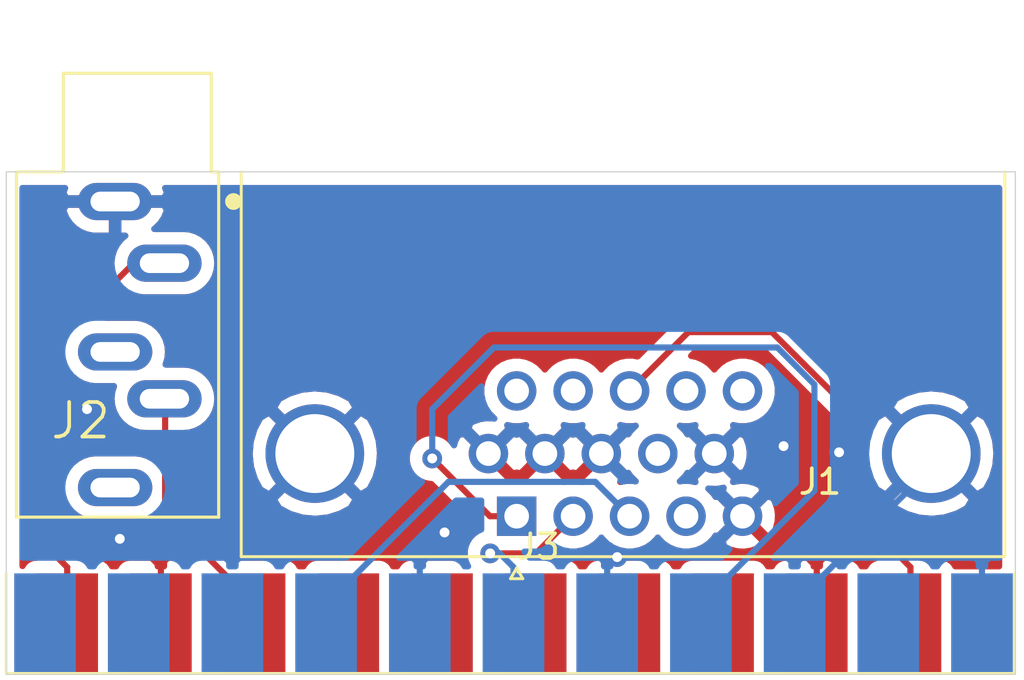
<source format=kicad_pcb>
(kicad_pcb (version 20171130) (host pcbnew "(5.1.0)-1")

  (general
    (thickness 1.6)
    (drawings 4)
    (tracks 63)
    (zones 0)
    (modules 3)
    (nets 22)
  )

  (page A4)
  (layers
    (0 F.Cu signal)
    (31 B.Cu signal)
    (32 B.Adhes user)
    (33 F.Adhes user)
    (34 B.Paste user)
    (35 F.Paste user)
    (36 B.SilkS user)
    (37 F.SilkS user)
    (38 B.Mask user)
    (39 F.Mask user)
    (40 Dwgs.User user)
    (41 Cmts.User user)
    (42 Eco1.User user)
    (43 Eco2.User user)
    (44 Edge.Cuts user)
    (45 Margin user)
    (46 B.CrtYd user)
    (47 F.CrtYd user)
    (48 B.Fab user)
    (49 F.Fab user)
  )

  (setup
    (last_trace_width 0.25)
    (trace_clearance 0.2)
    (zone_clearance 0.508)
    (zone_45_only no)
    (trace_min 0.2)
    (via_size 0.8)
    (via_drill 0.4)
    (via_min_size 0.4)
    (via_min_drill 0.3)
    (uvia_size 0.3)
    (uvia_drill 0.1)
    (uvias_allowed no)
    (uvia_min_size 0.2)
    (uvia_min_drill 0.1)
    (edge_width 0.05)
    (segment_width 0.2)
    (pcb_text_width 0.3)
    (pcb_text_size 1.5 1.5)
    (mod_edge_width 0.12)
    (mod_text_size 1 1)
    (mod_text_width 0.15)
    (pad_size 4 4)
    (pad_drill 3.2)
    (pad_to_mask_clearance 0.051)
    (solder_mask_min_width 0.25)
    (aux_axis_origin 0 0)
    (visible_elements 7FFFFFFF)
    (pcbplotparams
      (layerselection 0x010f0_ffffffff)
      (usegerberextensions true)
      (usegerberattributes false)
      (usegerberadvancedattributes false)
      (creategerberjobfile false)
      (excludeedgelayer true)
      (linewidth 0.100000)
      (plotframeref false)
      (viasonmask false)
      (mode 1)
      (useauxorigin false)
      (hpglpennumber 1)
      (hpglpenspeed 20)
      (hpglpendiameter 15.000000)
      (psnegative false)
      (psa4output false)
      (plotreference true)
      (plotvalue true)
      (plotinvisibletext false)
      (padsonsilk false)
      (subtractmaskfromsilk false)
      (outputformat 1)
      (mirror false)
      (drillshape 0)
      (scaleselection 1)
      (outputdirectory "Gerbers/"))
  )

  (net 0 "")
  (net 1 RED)
  (net 2 GREEN)
  (net 3 BLUE)
  (net 4 "Net-(J1-Pad4)")
  (net 5 GND)
  (net 6 "Net-(J1-Pad9)")
  (net 7 "Net-(J1-Pad11)")
  (net 8 "Net-(J1-Pad12)")
  (net 9 SYNC)
  (net 10 "Net-(J1-Pad14)")
  (net 11 "Net-(J1-Pad15)")
  (net 12 RIGHT)
  (net 13 LEFT)
  (net 14 "Net-(J3-Pad8)")
  (net 15 "Net-(J3-Pad10)")
  (net 16 "Net-(J3-Pad12)")
  (net 17 "Net-(J3-Pad14)")
  (net 18 "Net-(J3-Pad16)")
  (net 19 "Net-(J3-Pad1)")
  (net 20 "Net-(J3-Pad3)")
  (net 21 "Net-(J3-Pad19)")

  (net_class Default "This is the default net class."
    (clearance 0.2)
    (trace_width 0.25)
    (via_dia 0.8)
    (via_drill 0.4)
    (uvia_dia 0.3)
    (uvia_drill 0.1)
    (add_net BLUE)
    (add_net GND)
    (add_net GREEN)
    (add_net LEFT)
    (add_net "Net-(J1-Pad11)")
    (add_net "Net-(J1-Pad12)")
    (add_net "Net-(J1-Pad14)")
    (add_net "Net-(J1-Pad15)")
    (add_net "Net-(J1-Pad4)")
    (add_net "Net-(J1-Pad9)")
    (add_net "Net-(J3-Pad1)")
    (add_net "Net-(J3-Pad10)")
    (add_net "Net-(J3-Pad12)")
    (add_net "Net-(J3-Pad14)")
    (add_net "Net-(J3-Pad16)")
    (add_net "Net-(J3-Pad19)")
    (add_net "Net-(J3-Pad3)")
    (add_net "Net-(J3-Pad8)")
    (add_net RED)
    (add_net RIGHT)
    (add_net SYNC)
  )

  (module Tinkerplunk:Tall_Skinny_Headphone_Universal_CUI_SJ1-353XNX (layer F.Cu) (tedit 5D3F3F62) (tstamp 5D0C4FFA)
    (at 137.64 56.58 270)
    (path /5D01540E)
    (fp_text reference J2 (at 8.89 1.397) (layer F.SilkS)
      (effects (font (size 1.40069 1.40069) (thickness 0.15)))
    )
    (fp_text value AudioJack3 (at 4.191 2.54 270) (layer F.SilkS) hide
      (effects (font (size 1.4002 1.4002) (thickness 0.05)))
    )
    (fp_line (start -1.2 -4.2) (end 12.8 -4.2) (layer Eco2.User) (width 0.127))
    (fp_line (start 12.8 -4.2) (end 12.8 4) (layer Eco2.User) (width 0.127))
    (fp_line (start 12.8 4) (end -1.2 4) (layer Eco2.User) (width 0.127))
    (fp_line (start -1.2 4) (end -1.2 2.1) (layer Eco2.User) (width 0.127))
    (fp_line (start -1.2 2.1) (end -5.2 2.1) (layer Eco2.User) (width 0.127))
    (fp_line (start -5.2 2.1) (end -5.2 -3.9) (layer Eco2.User) (width 0.127))
    (fp_line (start -5.2 -3.9) (end -1.2 -3.9) (layer Eco2.User) (width 0.127))
    (fp_line (start -1.2 -3.9) (end -1.2 -4.2) (layer Eco2.User) (width 0.127))
    (fp_line (start -1.2 -4.2) (end 12.8 -4.2) (layer F.SilkS) (width 0.127))
    (fp_line (start 12.8 -4.2) (end 12.8 4) (layer F.SilkS) (width 0.127))
    (fp_line (start 12.8 4) (end -1.2 4) (layer F.SilkS) (width 0.127))
    (fp_line (start -1.2 4) (end -1.2 2.1) (layer F.SilkS) (width 0.127))
    (fp_line (start -1.2 2.1) (end -5.2 2.1) (layer F.SilkS) (width 0.127))
    (fp_line (start -5.2 2.1) (end -5.2 -3.9) (layer F.SilkS) (width 0.127))
    (fp_line (start -5.2 -3.9) (end -1.2 -3.9) (layer F.SilkS) (width 0.127))
    (fp_line (start -1.2 -3.9) (end -1.2 -4.2) (layer F.SilkS) (width 0.127))
    (fp_line (start 13.1 -4.5) (end 13.1 4.3) (layer Eco1.User) (width 0.05))
    (fp_line (start 13.1 4.3) (end -1.5 4.3) (layer Eco1.User) (width 0.05))
    (fp_line (start -1.5 4.3) (end -1.5 2.4) (layer Eco1.User) (width 0.05))
    (fp_line (start -1.5 2.4) (end -5.5 2.4) (layer Eco1.User) (width 0.05))
    (fp_line (start -5.5 2.4) (end -5.5 -4.2) (layer Eco1.User) (width 0.05))
    (fp_line (start -5.5 -4.2) (end -1.5 -4.2) (layer Eco1.User) (width 0.05))
    (fp_line (start -1.5 -4.2) (end -1.5 -4.5) (layer Eco1.User) (width 0.05))
    (fp_line (start -1.5 -4.5) (end 13.1 -4.5) (layer Eco1.User) (width 0.05))
    (fp_circle (center 0 -4.8) (end 0.17 -4.8) (layer F.SilkS) (width 0.34))
    (fp_line (start -5.8 -0.9) (end 13.5 -0.9) (layer Eco2.User) (width 0.05))
    (pad TS thru_hole oval (at 11.6 0) (size 3.016 1.508) (drill oval 2 0.8) (layers *.Cu *.Mask))
    (pad RS thru_hole oval (at 6.1 0) (size 3.016 1.508) (drill oval 2 0.8) (layers *.Cu *.Mask))
    (pad S thru_hole oval (at 0 0) (size 3.016 1.508) (drill oval 2 0.8) (layers *.Cu *.Mask)
      (net 5 GND))
    (pad R thru_hole oval (at 2.5 -2) (size 3.016 1.508) (drill oval 2 0.8) (layers *.Cu *.Mask)
      (net 12 RIGHT))
    (pad T thru_hole oval (at 8 -2) (size 3.016 1.508) (drill oval 2 0.8) (layers *.Cu *.Mask)
      (net 13 LEFT))
    (model "C:/Users/jacob/Documents/Github/Tinkerplunk-KiCAD-Footprints/Tinkerplunk.pretty/3D Models/Tall_Skinny_Headphone_Universal_CUI_SJ1-353XNX.step"
      (offset (xyz -5.25 0.9 7))
      (scale (xyz 1 1 1))
      (rotate (xyz 0 -180 0))
    )
  )

  (module Tinkerplunk:MALE_SCART (layer F.Cu) (tedit 5D0BB10F) (tstamp 5D0C5018)
    (at 133.221 75.66)
    (path /5D012D32)
    (fp_text reference J3 (at 21.59 -5.08) (layer F.SilkS)
      (effects (font (size 1 1) (thickness 0.15)))
    )
    (fp_text value SCART-F (at 13.97 -5.08) (layer F.Fab)
      (effects (font (size 1 1) (thickness 0.15)))
    )
    (fp_line (start 0 0) (end 0 -2.54) (layer F.SilkS) (width 0.12))
    (fp_line (start 0 0) (end 0 0.0635) (layer F.SilkS) (width 0.12))
    (fp_line (start 0 0.0635) (end 40.894 0.0635) (layer F.SilkS) (width 0.12))
    (fp_line (start 40.894 0.0635) (end 40.894 -4.0005) (layer F.SilkS) (width 0.12))
    (fp_line (start 0 -2.54) (end 0 -4.0005) (layer F.SilkS) (width 0.12))
    (pad 2 smd rect (at 2.475 -2) (size 2.5 4) (layers F.Cu F.Paste F.Mask)
      (net 12 RIGHT))
    (pad 4 smd rect (at 6.275 -2) (size 2.5 4) (layers F.Cu F.Paste F.Mask)
      (net 5 GND))
    (pad 6 smd rect (at 10.075 -2) (size 2.5 4) (layers F.Cu F.Paste F.Mask)
      (net 13 LEFT))
    (pad 8 smd rect (at 13.875 -2) (size 2.5 4) (layers F.Cu F.Paste F.Mask)
      (net 14 "Net-(J3-Pad8)"))
    (pad 10 smd rect (at 17.675 -2) (size 2.5 4) (layers F.Cu F.Paste F.Mask)
      (net 15 "Net-(J3-Pad10)"))
    (pad 12 smd rect (at 21.475 -2) (size 2.5 4) (layers F.Cu F.Paste F.Mask)
      (net 16 "Net-(J3-Pad12)"))
    (pad 14 smd rect (at 25.275 -2) (size 2.5 4) (layers F.Cu F.Paste F.Mask)
      (net 17 "Net-(J3-Pad14)"))
    (pad 16 smd rect (at 29.075 -2) (size 2.5 4) (layers F.Cu F.Paste F.Mask)
      (net 18 "Net-(J3-Pad16)"))
    (pad 18 smd rect (at 32.875 -2) (size 2.5 4) (layers F.Cu F.Paste F.Mask)
      (net 5 GND))
    (pad 20 smd rect (at 36.675 -2) (size 2.5 4) (layers F.Cu F.Paste F.Mask)
      (net 9 SYNC))
    (pad 1 smd rect (at 1.575 -2) (size 2.5 4) (layers B.Cu B.Paste B.Mask)
      (net 19 "Net-(J3-Pad1)"))
    (pad 3 smd rect (at 5.375 -2) (size 2.5 4) (layers B.Cu B.Paste B.Mask)
      (net 20 "Net-(J3-Pad3)"))
    (pad 5 smd rect (at 9.175 -2) (size 2.5 4) (layers B.Cu B.Paste B.Mask)
      (net 5 GND))
    (pad 7 smd rect (at 12.975 -2) (size 2.5 4) (layers B.Cu B.Paste B.Mask)
      (net 3 BLUE))
    (pad 9 smd rect (at 16.775 -2) (size 2.5 4) (layers B.Cu B.Paste B.Mask)
      (net 5 GND))
    (pad 11 smd rect (at 20.575 -2) (size 2.5 4) (layers B.Cu B.Paste B.Mask)
      (net 2 GREEN))
    (pad 13 smd rect (at 24.375 -2) (size 2.5 4) (layers B.Cu B.Paste B.Mask)
      (net 5 GND))
    (pad 15 smd rect (at 28.175 -2) (size 2.5 4) (layers B.Cu B.Paste B.Mask)
      (net 1 RED))
    (pad 17 smd rect (at 31.975 -2) (size 2.5 4) (layers B.Cu B.Paste B.Mask)
      (net 5 GND))
    (pad 19 smd rect (at 35.775 -2) (size 2.5 4) (layers B.Cu B.Paste B.Mask)
      (net 21 "Net-(J3-Pad19)"))
    (pad 21 smd rect (at 39.575 -2) (size 2.5 4) (layers B.Cu B.Paste B.Mask)
      (net 5 GND))
  )

  (module Tinkerplunk:VGA (layer F.Cu) (tedit 5D0BAF43) (tstamp 5D0C4FD4)
    (at 153.924 69.342 180)
    (descr "15-pin D-Sub connector, horizontal/angled (90 deg), THT-mount, female, pitch 2.29x1.98mm, pin-PCB-offset 8.35mm, distance of mounting holes 25mm, distance of mounting holes to PCB edge 10.889999999999999mm, see https://disti-assets.s3.amazonaws.com/tonar/files/datasheets/16730.pdf")
    (tags "15-pin D-Sub connector horizontal angled 90deg THT female pitch 2.29x1.98mm pin-PCB-offset 8.35mm mounting-holes-distance 25mm mounting-hole-offset 25mm")
    (path /5D013D70)
    (fp_text reference J1 (at -12.3015 1.397 180) (layer F.SilkS)
      (effects (font (size 1 1) (thickness 0.15)))
    )
    (fp_text value DB15_Female_HighDensity (at -4.315 16.55 180) (layer F.Fab)
      (effects (font (size 1 1) (thickness 0.15)))
    )
    (fp_arc (start -16.815 2.5) (end -18.415 2.5) (angle 180) (layer F.Fab) (width 0.1))
    (fp_arc (start 8.185 2.5) (end 6.585 2.5) (angle 180) (layer F.Fab) (width 0.1))
    (fp_line (start -19.74 -1.58) (end -19.74 13.97) (layer F.Fab) (width 0.1))
    (fp_line (start -19.74 13.97) (end 11.11 13.97) (layer F.Fab) (width 0.1))
    (fp_line (start 11.11 13.97) (end 11.11 -1.58) (layer F.Fab) (width 0.1))
    (fp_line (start 11.11 -1.58) (end -19.74 -1.58) (layer F.Fab) (width 0.1))
    (fp_line (start -19.74 13.97) (end -19.74 14.37) (layer F.Fab) (width 0.1))
    (fp_line (start -19.74 14.37) (end 11.11 14.37) (layer F.Fab) (width 0.1))
    (fp_line (start 11.11 14.37) (end 11.11 13.97) (layer F.Fab) (width 0.1))
    (fp_line (start 11.11 13.97) (end -19.74 13.97) (layer F.Fab) (width 0.1))
    (fp_line (start -12.465 14.37) (end -12.465 20.37) (layer F.Fab) (width 0.1))
    (fp_line (start -12.465 20.37) (end 3.835 20.37) (layer F.Fab) (width 0.1))
    (fp_line (start 3.835 20.37) (end 3.835 14.37) (layer F.Fab) (width 0.1))
    (fp_line (start 3.835 14.37) (end -12.465 14.37) (layer F.Fab) (width 0.1))
    (fp_line (start -19.315 14.37) (end -19.315 19.37) (layer F.Fab) (width 0.1))
    (fp_line (start -19.315 19.37) (end -14.315 19.37) (layer F.Fab) (width 0.1))
    (fp_line (start -14.315 19.37) (end -14.315 14.37) (layer F.Fab) (width 0.1))
    (fp_line (start -14.315 14.37) (end -19.315 14.37) (layer F.Fab) (width 0.1))
    (fp_line (start 5.685 14.37) (end 5.685 19.37) (layer F.Fab) (width 0.1))
    (fp_line (start 5.685 19.37) (end 10.685 19.37) (layer F.Fab) (width 0.1))
    (fp_line (start 10.685 19.37) (end 10.685 14.37) (layer F.Fab) (width 0.1))
    (fp_line (start 10.685 14.37) (end 5.685 14.37) (layer F.Fab) (width 0.1))
    (fp_line (start -18.415 13.97) (end -18.415 1.42) (layer F.Fab) (width 0.1))
    (fp_line (start -15.215 13.97) (end -15.215 1.42) (layer F.Fab) (width 0.1))
    (fp_line (start 6.585 13.97) (end 6.585 1.42) (layer F.Fab) (width 0.1))
    (fp_line (start 9.785 13.97) (end 9.785 1.42) (layer F.Fab) (width 0.1))
    (fp_line (start -19.8 13.97) (end -19.8 -1.64) (layer F.SilkS) (width 0.12))
    (fp_line (start -19.8 -1.64) (end 11.17 -1.64) (layer F.SilkS) (width 0.12))
    (fp_line (start 11.17 -1.64) (end 11.17 13.97) (layer F.SilkS) (width 0.12))
    (fp_line (start -0.25 -2.534338) (end 0.25 -2.534338) (layer F.SilkS) (width 0.12))
    (fp_line (start 0.25 -2.534338) (end 0 -2.101325) (layer F.SilkS) (width 0.12))
    (fp_line (start 0 -2.101325) (end -0.25 -2.534338) (layer F.SilkS) (width 0.12))
    (fp_line (start -20.25 -2.1) (end -20.25 20.91) (layer F.CrtYd) (width 0.05))
    (fp_line (start -20.25 20.91) (end 11.65 20.91) (layer F.CrtYd) (width 0.05))
    (fp_line (start 11.65 20.91) (end 11.65 -2.1) (layer F.CrtYd) (width 0.05))
    (fp_line (start 11.65 -2.1) (end -20.25 -2.1) (layer F.CrtYd) (width 0.05))
    (fp_text user %R (at -4.315 12.05 180) (layer F.Fab)
      (effects (font (size 1 1) (thickness 0.15)))
    )
    (pad 1 thru_hole rect (at 0 0 180) (size 1.6 1.6) (drill 1) (layers *.Cu *.Mask)
      (net 1 RED))
    (pad 2 thru_hole circle (at -2.29 0 180) (size 1.6 1.6) (drill 1) (layers *.Cu *.Mask)
      (net 2 GREEN))
    (pad 3 thru_hole circle (at -4.58 0 180) (size 1.6 1.6) (drill 1) (layers *.Cu *.Mask)
      (net 3 BLUE))
    (pad 4 thru_hole circle (at -6.87 0 180) (size 1.6 1.6) (drill 1) (layers *.Cu *.Mask)
      (net 4 "Net-(J1-Pad4)"))
    (pad 5 thru_hole circle (at -9.16 0 180) (size 1.6 1.6) (drill 1) (layers *.Cu *.Mask)
      (net 5 GND))
    (pad 6 thru_hole circle (at 1.145 2.54 180) (size 1.6 1.6) (drill 1) (layers *.Cu *.Mask)
      (net 5 GND))
    (pad 7 thru_hole circle (at -1.145 2.54 180) (size 1.6 1.6) (drill 1) (layers *.Cu *.Mask)
      (net 5 GND))
    (pad 8 thru_hole circle (at -3.435 2.54 180) (size 1.6 1.6) (drill 1) (layers *.Cu *.Mask)
      (net 5 GND))
    (pad 9 thru_hole circle (at -5.725 2.54 180) (size 1.6 1.6) (drill 1) (layers *.Cu *.Mask)
      (net 6 "Net-(J1-Pad9)"))
    (pad 10 thru_hole circle (at -8.015 2.54 180) (size 1.6 1.6) (drill 1) (layers *.Cu *.Mask)
      (net 5 GND))
    (pad 11 thru_hole circle (at 0 5.08 180) (size 1.6 1.6) (drill 1) (layers *.Cu *.Mask)
      (net 7 "Net-(J1-Pad11)"))
    (pad 12 thru_hole circle (at -2.29 5.08 180) (size 1.6 1.6) (drill 1) (layers *.Cu *.Mask)
      (net 8 "Net-(J1-Pad12)"))
    (pad 13 thru_hole circle (at -4.58 5.08 180) (size 1.6 1.6) (drill 1) (layers *.Cu *.Mask)
      (net 9 SYNC))
    (pad 14 thru_hole circle (at -6.87 5.08 180) (size 1.6 1.6) (drill 1) (layers *.Cu *.Mask)
      (net 10 "Net-(J1-Pad14)"))
    (pad 15 thru_hole circle (at -9.16 5.08 180) (size 1.6 1.6) (drill 1) (layers *.Cu *.Mask)
      (net 11 "Net-(J1-Pad15)"))
    (pad 0 thru_hole circle (at -16.815 2.54 180) (size 4 4) (drill 3.2) (layers *.Cu *.Mask)
      (net 5 GND))
    (pad 0 thru_hole circle (at 8.185 2.54 180) (size 4 4) (drill 3.2) (layers *.Cu *.Mask)
      (net 5 GND))
    (model "C:/Users/jacob/Documents/Github/Tinkerplunk-KiCAD-Footprints/Tinkerplunk.pretty/3D Models/VGA.stp"
      (offset (xyz -4.5 -14 6.25))
      (scale (xyz 1 1 1))
      (rotate (xyz -90 0 0))
    )
  )

  (gr_line (start 174.15 75.75) (end 174.15 55.375) (layer Edge.Cuts) (width 0.05))
  (gr_line (start 133.225 75.75) (end 174.15 75.75) (layer Edge.Cuts) (width 0.05))
  (gr_line (start 133.225 55.375) (end 174.15 55.375) (layer Edge.Cuts) (width 0.05))
  (gr_line (start 133.225 75.75) (end 133.225 55.375) (layer Edge.Cuts) (width 0.05))

  (via (at 150.5 67) (size 0.8) (drill 0.4) (layers F.Cu B.Cu) (net 1))
  (segment (start 152.842 69.342) (end 153.924 69.342) (width 0.25) (layer F.Cu) (net 1))
  (segment (start 150.5 67) (end 152.842 69.342) (width 0.25) (layer F.Cu) (net 1))
  (segment (start 150.5 65) (end 150.5 67) (width 0.25) (layer B.Cu) (net 1))
  (segment (start 161.396 72.91) (end 166 68.306) (width 0.25) (layer B.Cu) (net 1))
  (segment (start 161.396 73.66) (end 161.396 72.91) (width 0.25) (layer B.Cu) (net 1))
  (segment (start 166 68.306) (end 166 64) (width 0.25) (layer B.Cu) (net 1))
  (segment (start 166 64) (end 164.5 62.5) (width 0.25) (layer B.Cu) (net 1))
  (segment (start 164.5 62.5) (end 153 62.5) (width 0.25) (layer B.Cu) (net 1))
  (segment (start 153 62.5) (end 150.5 65) (width 0.25) (layer B.Cu) (net 1))
  (segment (start 153.796 73.66) (end 153.796 72.91) (width 0.25) (layer B.Cu) (net 2))
  (via (at 152.85 70.85) (size 0.8) (drill 0.4) (layers F.Cu B.Cu) (net 2))
  (segment (start 153.236 70.85) (end 152.85 70.85) (width 0.25) (layer B.Cu) (net 2))
  (segment (start 153.796 73.66) (end 153.796 71.41) (width 0.25) (layer B.Cu) (net 2))
  (segment (start 153.796 71.41) (end 153.236 70.85) (width 0.25) (layer B.Cu) (net 2))
  (segment (start 154.706 70.85) (end 156.214 69.342) (width 0.25) (layer F.Cu) (net 2))
  (segment (start 152.85 70.85) (end 154.706 70.85) (width 0.25) (layer F.Cu) (net 2))
  (segment (start 157.704001 68.542001) (end 158.504 69.342) (width 0.25) (layer B.Cu) (net 3))
  (segment (start 157.112 67.95) (end 157.704001 68.542001) (width 0.25) (layer B.Cu) (net 3))
  (segment (start 151.156 67.95) (end 157.112 67.95) (width 0.25) (layer B.Cu) (net 3))
  (segment (start 146.196 73.66) (end 146.196 72.91) (width 0.25) (layer B.Cu) (net 3))
  (segment (start 146.196 72.91) (end 151.156 67.95) (width 0.25) (layer B.Cu) (net 3))
  (via (at 136.5 65) (size 0.8) (drill 0.4) (layers F.Cu B.Cu) (net 5))
  (via (at 137.83 70.26) (size 0.8) (drill 0.4) (layers F.Cu B.Cu) (net 5))
  (segment (start 139.496 71.41) (end 139 70.914) (width 0.25) (layer F.Cu) (net 5))
  (segment (start 139.496 73.66) (end 139.496 71.41) (width 0.25) (layer F.Cu) (net 5))
  (segment (start 138.484 70.914) (end 137.83 70.26) (width 0.25) (layer F.Cu) (net 5))
  (segment (start 139 70.914) (end 138.484 70.914) (width 0.25) (layer F.Cu) (net 5))
  (segment (start 166.096 71.41) (end 165.5 70.814) (width 0.25) (layer F.Cu) (net 5))
  (segment (start 166.096 73.66) (end 166.096 71.41) (width 0.25) (layer F.Cu) (net 5))
  (segment (start 164.556 70.814) (end 163.084 69.342) (width 0.25) (layer F.Cu) (net 5))
  (segment (start 165.5 70.814) (end 164.556 70.814) (width 0.25) (layer F.Cu) (net 5))
  (via (at 151 70) (size 0.8) (drill 0.4) (layers F.Cu B.Cu) (net 5))
  (segment (start 149.996 73.66) (end 149.996 71.004) (width 0.25) (layer B.Cu) (net 5))
  (segment (start 149.996 71.004) (end 151 70) (width 0.25) (layer B.Cu) (net 5))
  (via (at 158 71) (size 0.8) (drill 0.4) (layers F.Cu B.Cu) (net 5))
  (via (at 167 66.75) (size 0.8) (drill 0.4) (layers F.Cu B.Cu) (net 5))
  (via (at 164.75 66.5) (size 0.8) (drill 0.4) (layers F.Cu B.Cu) (net 5))
  (segment (start 157.596 71.404) (end 158 71) (width 0.25) (layer B.Cu) (net 5))
  (segment (start 157.596 73.66) (end 157.596 71.404) (width 0.25) (layer B.Cu) (net 5))
  (segment (start 170.739 67.367) (end 170.739 66.802) (width 0.25) (layer B.Cu) (net 5))
  (segment (start 165.196 72.91) (end 170.739 67.367) (width 0.25) (layer B.Cu) (net 5))
  (segment (start 165.196 73.66) (end 165.196 72.91) (width 0.25) (layer B.Cu) (net 5))
  (segment (start 172.796 68.859) (end 170.739 66.802) (width 0.25) (layer B.Cu) (net 5))
  (segment (start 172.796 73.66) (end 172.796 68.859) (width 0.25) (layer B.Cu) (net 5))
  (segment (start 160.891 61.875) (end 158.504 64.262) (width 0.25) (layer F.Cu) (net 9))
  (segment (start 164.275 61.875) (end 160.891 61.875) (width 0.25) (layer F.Cu) (net 9))
  (segment (start 167.75 65.35) (end 164.275 61.875) (width 0.25) (layer F.Cu) (net 9))
  (segment (start 167.75 69.264) (end 167.75 65.35) (width 0.25) (layer F.Cu) (net 9))
  (segment (start 169.896 73.66) (end 169.896 71.41) (width 0.25) (layer F.Cu) (net 9))
  (segment (start 169.896 71.41) (end 167.75 69.264) (width 0.25) (layer F.Cu) (net 9))
  (segment (start 139.668 59.052) (end 139.668 58.888) (width 0.25) (layer F.Cu) (net 12))
  (segment (start 135.696 71.41) (end 135.2 70.914) (width 0.25) (layer F.Cu) (net 12))
  (segment (start 135.2 70.914) (end 135.2 62.275) (width 0.25) (layer F.Cu) (net 12))
  (segment (start 135.2 62.275) (end 138.395 59.08) (width 0.25) (layer F.Cu) (net 12))
  (segment (start 138.395 59.08) (end 139.64 59.08) (width 0.25) (layer F.Cu) (net 12))
  (segment (start 135.696 73.66) (end 135.696 71.41) (width 0.25) (layer F.Cu) (net 12))
  (segment (start 139.64 59.08) (end 139.668 59.052) (width 0.25) (layer F.Cu) (net 12))
  (segment (start 139.668 64.608) (end 139.64 64.58) (width 0.25) (layer F.Cu) (net 13))
  (segment (start 139.668 69.282) (end 139.668 64.608) (width 0.25) (layer F.Cu) (net 13))
  (segment (start 143.296 73.66) (end 143.296 72.91) (width 0.25) (layer F.Cu) (net 13))
  (segment (start 143.296 72.91) (end 139.668 69.282) (width 0.25) (layer F.Cu) (net 13))
  (segment (start 162.296 73.66) (end 162.296 72.91) (width 0.25) (layer F.Cu) (net 18))

  (zone (net 5) (net_name GND) (layer F.Cu) (tstamp 5D0C6032) (hatch edge 0.508)
    (connect_pads (clearance 0.508))
    (min_thickness 0.254)
    (fill yes (arc_segments 32) (thermal_gap 0.508) (thermal_bridge_width 0.508))
    (polygon
      (pts
        (xy 133 76) (xy 133 55) (xy 174.5 55) (xy 174.5 76)
      )
    )
    (filled_polygon
      (pts
        (xy 136.11058 69.340499) (xy 136.351881 69.469477) (xy 136.613709 69.548902) (xy 136.81777 69.569) (xy 138.46223 69.569)
        (xy 138.666291 69.548902) (xy 138.928119 69.469477) (xy 138.930317 69.468302) (xy 138.946486 69.521605) (xy 138.962454 69.574246)
        (xy 139.033026 69.706276) (xy 139.072871 69.754826) (xy 139.127999 69.822001) (xy 139.157003 69.845804) (xy 140.334438 71.023239)
        (xy 139.78175 71.025) (xy 139.623 71.18375) (xy 139.623 71.373) (xy 139.369 71.373) (xy 139.369 71.18375)
        (xy 139.21025 71.025) (xy 138.246 71.021928) (xy 138.121518 71.034188) (xy 138.00182 71.070498) (xy 137.891506 71.129463)
        (xy 137.794815 71.208815) (xy 137.715463 71.305506) (xy 137.679386 71.373) (xy 137.512614 71.373) (xy 137.476537 71.305506)
        (xy 137.397185 71.208815) (xy 137.300494 71.129463) (xy 137.19018 71.070498) (xy 137.070482 71.034188) (xy 136.946 71.021928)
        (xy 136.350326 71.021928) (xy 136.330974 70.985723) (xy 136.296031 70.943146) (xy 136.236001 70.869999) (xy 136.206997 70.846196)
        (xy 135.96 70.599199) (xy 135.96 69.216921)
      )
    )
    (filled_polygon
      (pts
        (xy 166.990001 65.664803) (xy 166.99 69.226677) (xy 166.986324 69.264) (xy 166.99 69.301322) (xy 166.99 69.301332)
        (xy 167.000997 69.412985) (xy 167.033946 69.521605) (xy 167.044454 69.556246) (xy 167.115026 69.688276) (xy 167.154871 69.736826)
        (xy 167.209999 69.804001) (xy 167.239003 69.827804) (xy 168.463106 71.051907) (xy 168.40182 71.070498) (xy 168.291506 71.129463)
        (xy 168.194815 71.208815) (xy 168.115463 71.305506) (xy 168.079386 71.373) (xy 167.912614 71.373) (xy 167.876537 71.305506)
        (xy 167.797185 71.208815) (xy 167.700494 71.129463) (xy 167.59018 71.070498) (xy 167.470482 71.034188) (xy 167.346 71.021928)
        (xy 166.38175 71.025) (xy 166.223 71.18375) (xy 166.223 71.373) (xy 165.969 71.373) (xy 165.969 71.18375)
        (xy 165.81025 71.025) (xy 164.846 71.021928) (xy 164.721518 71.034188) (xy 164.60182 71.070498) (xy 164.491506 71.129463)
        (xy 164.394815 71.208815) (xy 164.315463 71.305506) (xy 164.279386 71.373) (xy 164.112614 71.373) (xy 164.076537 71.305506)
        (xy 163.997185 71.208815) (xy 163.900494 71.129463) (xy 163.79018 71.070498) (xy 163.670482 71.034188) (xy 163.546 71.021928)
        (xy 161.046 71.021928) (xy 160.921518 71.034188) (xy 160.80182 71.070498) (xy 160.691506 71.129463) (xy 160.594815 71.208815)
        (xy 160.515463 71.305506) (xy 160.479386 71.373) (xy 160.312614 71.373) (xy 160.276537 71.305506) (xy 160.197185 71.208815)
        (xy 160.100494 71.129463) (xy 159.99018 71.070498) (xy 159.870482 71.034188) (xy 159.746 71.021928) (xy 157.246 71.021928)
        (xy 157.121518 71.034188) (xy 157.00182 71.070498) (xy 156.891506 71.129463) (xy 156.794815 71.208815) (xy 156.715463 71.305506)
        (xy 156.679386 71.373) (xy 156.512614 71.373) (xy 156.476537 71.305506) (xy 156.397185 71.208815) (xy 156.300494 71.129463)
        (xy 156.19018 71.070498) (xy 156.070482 71.034188) (xy 155.946 71.021928) (xy 155.608873 71.021928) (xy 155.890114 70.740688)
        (xy 156.072665 70.777) (xy 156.355335 70.777) (xy 156.632574 70.721853) (xy 156.893727 70.61368) (xy 157.128759 70.456637)
        (xy 157.328637 70.256759) (xy 157.359 70.211317) (xy 157.389363 70.256759) (xy 157.589241 70.456637) (xy 157.824273 70.61368)
        (xy 158.085426 70.721853) (xy 158.362665 70.777) (xy 158.645335 70.777) (xy 158.922574 70.721853) (xy 159.183727 70.61368)
        (xy 159.418759 70.456637) (xy 159.618637 70.256759) (xy 159.649 70.211317) (xy 159.679363 70.256759) (xy 159.879241 70.456637)
        (xy 160.114273 70.61368) (xy 160.375426 70.721853) (xy 160.652665 70.777) (xy 160.935335 70.777) (xy 161.212574 70.721853)
        (xy 161.473727 70.61368) (xy 161.708759 70.456637) (xy 161.830694 70.334702) (xy 162.270903 70.334702) (xy 162.342486 70.578671)
        (xy 162.597996 70.699571) (xy 162.872184 70.7683) (xy 163.154512 70.782217) (xy 163.43413 70.740787) (xy 163.700292 70.645603)
        (xy 163.825514 70.578671) (xy 163.897097 70.334702) (xy 163.084 69.521605) (xy 162.270903 70.334702) (xy 161.830694 70.334702)
        (xy 161.908637 70.256759) (xy 161.995372 70.126951) (xy 162.091298 70.155097) (xy 162.904395 69.342) (xy 163.263605 69.342)
        (xy 164.076702 70.155097) (xy 164.320671 70.083514) (xy 164.441571 69.828004) (xy 164.5103 69.553816) (xy 164.524217 69.271488)
        (xy 164.482787 68.99187) (xy 164.387603 68.725708) (xy 164.320671 68.600486) (xy 164.076702 68.528903) (xy 163.263605 69.342)
        (xy 162.904395 69.342) (xy 162.091298 68.528903) (xy 161.995372 68.557049) (xy 161.908637 68.427241) (xy 161.708759 68.227363)
        (xy 161.699941 68.221471) (xy 161.727184 68.2283) (xy 162.009512 68.242217) (xy 162.28913 68.200787) (xy 162.317449 68.19066)
        (xy 162.270903 68.349298) (xy 163.084 69.162395) (xy 163.897097 68.349298) (xy 163.825514 68.105329) (xy 163.570004 67.984429)
        (xy 163.295816 67.9157) (xy 163.013488 67.901783) (xy 162.73387 67.943213) (xy 162.705551 67.95334) (xy 162.752097 67.794702)
        (xy 161.939 66.981605) (xy 161.125903 67.794702) (xy 161.172706 67.954217) (xy 160.935335 67.907) (xy 160.652665 67.907)
        (xy 160.546609 67.928096) (xy 160.563759 67.916637) (xy 160.763637 67.716759) (xy 160.850372 67.586951) (xy 160.946298 67.615097)
        (xy 161.759395 66.802) (xy 162.118605 66.802) (xy 162.931702 67.615097) (xy 163.175671 67.543514) (xy 163.296571 67.288004)
        (xy 163.3653 67.013816) (xy 163.379217 66.731488) (xy 163.337787 66.45187) (xy 163.242603 66.185708) (xy 163.175671 66.060486)
        (xy 162.931702 65.988903) (xy 162.118605 66.802) (xy 161.759395 66.802) (xy 160.946298 65.988903) (xy 160.850372 66.017049)
        (xy 160.763637 65.887241) (xy 160.563759 65.687363) (xy 160.546609 65.675904) (xy 160.652665 65.697) (xy 160.935335 65.697)
        (xy 161.172706 65.649783) (xy 161.125903 65.809298) (xy 161.939 66.622395) (xy 162.752097 65.809298) (xy 162.705294 65.649783)
        (xy 162.942665 65.697) (xy 163.225335 65.697) (xy 163.502574 65.641853) (xy 163.763727 65.53368) (xy 163.998759 65.376637)
        (xy 164.198637 65.176759) (xy 164.35568 64.941727) (xy 164.463853 64.680574) (xy 164.519 64.403335) (xy 164.519 64.120665)
        (xy 164.463853 63.843426) (xy 164.35568 63.582273) (xy 164.198637 63.347241) (xy 163.998759 63.147363) (xy 163.763727 62.99032)
        (xy 163.502574 62.882147) (xy 163.225335 62.827) (xy 162.942665 62.827) (xy 162.665426 62.882147) (xy 162.404273 62.99032)
        (xy 162.169241 63.147363) (xy 161.969363 63.347241) (xy 161.939 63.392683) (xy 161.908637 63.347241) (xy 161.708759 63.147363)
        (xy 161.473727 62.99032) (xy 161.212574 62.882147) (xy 161.000783 62.840019) (xy 161.205802 62.635) (xy 163.960199 62.635)
      )
    )
    (filled_polygon
      (pts
        (xy 135.55413 56.165785) (xy 135.539714 56.238186) (xy 135.662323 56.453) (xy 137.513 56.453) (xy 137.513 56.433)
        (xy 137.767 56.433) (xy 137.767 56.453) (xy 139.617677 56.453) (xy 139.740286 56.238186) (xy 139.72587 56.165785)
        (xy 139.670622 56.035) (xy 173.490001 56.035) (xy 173.49 71.373) (xy 171.712614 71.373) (xy 171.676537 71.305506)
        (xy 171.597185 71.208815) (xy 171.500494 71.129463) (xy 171.39018 71.070498) (xy 171.270482 71.034188) (xy 171.146 71.021928)
        (xy 170.550326 71.021928) (xy 170.530974 70.985724) (xy 170.436001 70.869999) (xy 170.407003 70.846201) (xy 168.51 68.949199)
        (xy 168.51 68.649499) (xy 169.071106 68.649499) (xy 169.287228 69.016258) (xy 169.747105 69.256938) (xy 170.245098 69.403275)
        (xy 170.762071 69.449648) (xy 171.278159 69.394273) (xy 171.773526 69.239279) (xy 172.190772 69.016258) (xy 172.406894 68.649499)
        (xy 170.739 66.981605) (xy 169.071106 68.649499) (xy 168.51 68.649499) (xy 168.51 68.226191) (xy 168.524742 68.253772)
        (xy 168.891501 68.469894) (xy 170.559395 66.802) (xy 170.918605 66.802) (xy 172.586499 68.469894) (xy 172.953258 68.253772)
        (xy 173.193938 67.793895) (xy 173.340275 67.295902) (xy 173.386648 66.778929) (xy 173.331273 66.262841) (xy 173.176279 65.767474)
        (xy 172.953258 65.350228) (xy 172.586499 65.134106) (xy 170.918605 66.802) (xy 170.559395 66.802) (xy 168.891501 65.134106)
        (xy 168.524742 65.350228) (xy 168.511083 65.376327) (xy 168.513676 65.349999) (xy 168.51 65.312676) (xy 168.51 65.312667)
        (xy 168.499003 65.201014) (xy 168.455546 65.057753) (xy 168.400356 64.954501) (xy 169.071106 64.954501) (xy 170.739 66.622395)
        (xy 172.406894 64.954501) (xy 172.190772 64.587742) (xy 171.730895 64.347062) (xy 171.232902 64.200725) (xy 170.715929 64.154352)
        (xy 170.199841 64.209727) (xy 169.704474 64.364721) (xy 169.287228 64.587742) (xy 169.071106 64.954501) (xy 168.400356 64.954501)
        (xy 168.393528 64.941727) (xy 168.384974 64.925723) (xy 168.313799 64.838997) (xy 168.290001 64.809999) (xy 168.261003 64.786201)
        (xy 164.838804 61.364003) (xy 164.815001 61.334999) (xy 164.699276 61.240026) (xy 164.567247 61.169454) (xy 164.423986 61.125997)
        (xy 164.312333 61.115) (xy 164.312322 61.115) (xy 164.275 61.111324) (xy 164.237678 61.115) (xy 160.928325 61.115)
        (xy 160.891 61.111324) (xy 160.853675 61.115) (xy 160.853667 61.115) (xy 160.742014 61.125997) (xy 160.598753 61.169454)
        (xy 160.466724 61.240026) (xy 160.350999 61.334999) (xy 160.327201 61.363997) (xy 158.827886 62.863312) (xy 158.645335 62.827)
        (xy 158.362665 62.827) (xy 158.085426 62.882147) (xy 157.824273 62.99032) (xy 157.589241 63.147363) (xy 157.389363 63.347241)
        (xy 157.359 63.392683) (xy 157.328637 63.347241) (xy 157.128759 63.147363) (xy 156.893727 62.99032) (xy 156.632574 62.882147)
        (xy 156.355335 62.827) (xy 156.072665 62.827) (xy 155.795426 62.882147) (xy 155.534273 62.99032) (xy 155.299241 63.147363)
        (xy 155.099363 63.347241) (xy 155.069 63.392683) (xy 155.038637 63.347241) (xy 154.838759 63.147363) (xy 154.603727 62.99032)
        (xy 154.342574 62.882147) (xy 154.065335 62.827) (xy 153.782665 62.827) (xy 153.505426 62.882147) (xy 153.244273 62.99032)
        (xy 153.009241 63.147363) (xy 152.809363 63.347241) (xy 152.65232 63.582273) (xy 152.544147 63.843426) (xy 152.489 64.120665)
        (xy 152.489 64.403335) (xy 152.544147 64.680574) (xy 152.65232 64.941727) (xy 152.809363 65.176759) (xy 153.009241 65.376637)
        (xy 153.018059 65.382529) (xy 152.990816 65.3757) (xy 152.708488 65.361783) (xy 152.42887 65.403213) (xy 152.162708 65.498397)
        (xy 152.037486 65.565329) (xy 151.965903 65.809298) (xy 152.779 66.622395) (xy 153.592097 65.809298) (xy 153.545294 65.649783)
        (xy 153.782665 65.697) (xy 154.065335 65.697) (xy 154.302706 65.649783) (xy 154.255903 65.809298) (xy 155.069 66.622395)
        (xy 155.882097 65.809298) (xy 155.835294 65.649783) (xy 156.072665 65.697) (xy 156.355335 65.697) (xy 156.592706 65.649783)
        (xy 156.545903 65.809298) (xy 157.359 66.622395) (xy 158.172097 65.809298) (xy 158.125294 65.649783) (xy 158.362665 65.697)
        (xy 158.645335 65.697) (xy 158.751391 65.675904) (xy 158.734241 65.687363) (xy 158.534363 65.887241) (xy 158.447628 66.017049)
        (xy 158.351702 65.988903) (xy 157.538605 66.802) (xy 158.351702 67.615097) (xy 158.447628 67.586951) (xy 158.534363 67.716759)
        (xy 158.734241 67.916637) (xy 158.751391 67.928096) (xy 158.645335 67.907) (xy 158.362665 67.907) (xy 158.125294 67.954217)
        (xy 158.172097 67.794702) (xy 157.359 66.981605) (xy 156.545903 67.794702) (xy 156.592706 67.954217) (xy 156.355335 67.907)
        (xy 156.072665 67.907) (xy 155.835294 67.954217) (xy 155.882097 67.794702) (xy 155.069 66.981605) (xy 154.255903 67.794702)
        (xy 154.287951 67.903928) (xy 153.560049 67.903928) (xy 153.592097 67.794702) (xy 152.779 66.981605) (xy 152.764858 66.995748)
        (xy 152.585253 66.816143) (xy 152.599395 66.802) (xy 152.958605 66.802) (xy 153.771702 67.615097) (xy 153.924 67.570411)
        (xy 154.076298 67.615097) (xy 154.889395 66.802) (xy 155.248605 66.802) (xy 156.061702 67.615097) (xy 156.214 67.570411)
        (xy 156.366298 67.615097) (xy 157.179395 66.802) (xy 156.366298 65.988903) (xy 156.214 66.033589) (xy 156.061702 65.988903)
        (xy 155.248605 66.802) (xy 154.889395 66.802) (xy 154.076298 65.988903) (xy 153.924 66.033589) (xy 153.771702 65.988903)
        (xy 152.958605 66.802) (xy 152.599395 66.802) (xy 151.786298 65.988903) (xy 151.542329 66.060486) (xy 151.421429 66.315996)
        (xy 151.38496 66.461486) (xy 151.303937 66.340226) (xy 151.159774 66.196063) (xy 150.990256 66.082795) (xy 150.801898 66.004774)
        (xy 150.601939 65.965) (xy 150.398061 65.965) (xy 150.198102 66.004774) (xy 150.009744 66.082795) (xy 149.840226 66.196063)
        (xy 149.696063 66.340226) (xy 149.582795 66.509744) (xy 149.504774 66.698102) (xy 149.465 66.898061) (xy 149.465 67.101939)
        (xy 149.504774 67.301898) (xy 149.582795 67.490256) (xy 149.696063 67.659774) (xy 149.840226 67.803937) (xy 150.009744 67.917205)
        (xy 150.198102 67.995226) (xy 150.398061 68.035) (xy 150.460199 68.035) (xy 152.278201 69.853003) (xy 152.301999 69.882001)
        (xy 152.3625 69.931653) (xy 152.359744 69.932795) (xy 152.190226 70.046063) (xy 152.046063 70.190226) (xy 151.932795 70.359744)
        (xy 151.854774 70.548102) (xy 151.815 70.748061) (xy 151.815 70.951939) (xy 151.828922 71.021928) (xy 149.646 71.021928)
        (xy 149.521518 71.034188) (xy 149.40182 71.070498) (xy 149.291506 71.129463) (xy 149.194815 71.208815) (xy 149.115463 71.305506)
        (xy 149.079386 71.373) (xy 148.912614 71.373) (xy 148.876537 71.305506) (xy 148.797185 71.208815) (xy 148.700494 71.129463)
        (xy 148.59018 71.070498) (xy 148.470482 71.034188) (xy 148.346 71.021928) (xy 145.846 71.021928) (xy 145.721518 71.034188)
        (xy 145.60182 71.070498) (xy 145.491506 71.129463) (xy 145.394815 71.208815) (xy 145.315463 71.305506) (xy 145.279386 71.373)
        (xy 145.112614 71.373) (xy 145.076537 71.305506) (xy 144.997185 71.208815) (xy 144.900494 71.129463) (xy 144.79018 71.070498)
        (xy 144.670482 71.034188) (xy 144.546 71.021928) (xy 142.48273 71.021928) (xy 140.428 68.967199) (xy 140.428 68.649499)
        (xy 144.071106 68.649499) (xy 144.287228 69.016258) (xy 144.747105 69.256938) (xy 145.245098 69.403275) (xy 145.762071 69.449648)
        (xy 146.278159 69.394273) (xy 146.773526 69.239279) (xy 147.190772 69.016258) (xy 147.406894 68.649499) (xy 145.739 66.981605)
        (xy 144.071106 68.649499) (xy 140.428 68.649499) (xy 140.428 66.825071) (xy 143.091352 66.825071) (xy 143.146727 67.341159)
        (xy 143.301721 67.836526) (xy 143.524742 68.253772) (xy 143.891501 68.469894) (xy 145.559395 66.802) (xy 145.918605 66.802)
        (xy 147.586499 68.469894) (xy 147.953258 68.253772) (xy 148.193938 67.793895) (xy 148.340275 67.295902) (xy 148.386648 66.778929)
        (xy 148.331273 66.262841) (xy 148.176279 65.767474) (xy 147.953258 65.350228) (xy 147.586499 65.134106) (xy 145.918605 66.802)
        (xy 145.559395 66.802) (xy 143.891501 65.134106) (xy 143.524742 65.350228) (xy 143.284062 65.810105) (xy 143.137725 66.308098)
        (xy 143.091352 66.825071) (xy 140.428 66.825071) (xy 140.428 65.969) (xy 140.46223 65.969) (xy 140.666291 65.948902)
        (xy 140.928119 65.869477) (xy 141.16942 65.740499) (xy 141.380923 65.566923) (xy 141.554499 65.35542) (xy 141.683477 65.114119)
        (xy 141.731896 64.954501) (xy 144.071106 64.954501) (xy 145.739 66.622395) (xy 147.406894 64.954501) (xy 147.190772 64.587742)
        (xy 146.730895 64.347062) (xy 146.232902 64.200725) (xy 145.715929 64.154352) (xy 145.199841 64.209727) (xy 144.704474 64.364721)
        (xy 144.287228 64.587742) (xy 144.071106 64.954501) (xy 141.731896 64.954501) (xy 141.762902 64.852291) (xy 141.78972 64.58)
        (xy 141.762902 64.307709) (xy 141.683477 64.045881) (xy 141.554499 63.80458) (xy 141.380923 63.593077) (xy 141.16942 63.419501)
        (xy 140.928119 63.290523) (xy 140.666291 63.211098) (xy 140.46223 63.191) (xy 139.69049 63.191) (xy 139.762902 62.952291)
        (xy 139.78972 62.68) (xy 139.762902 62.407709) (xy 139.683477 62.145881) (xy 139.554499 61.90458) (xy 139.380923 61.693077)
        (xy 139.16942 61.519501) (xy 138.928119 61.390523) (xy 138.666291 61.311098) (xy 138.46223 61.291) (xy 137.258801 61.291)
        (xy 138.240082 60.309719) (xy 138.351881 60.369477) (xy 138.613709 60.448902) (xy 138.81777 60.469) (xy 140.46223 60.469)
        (xy 140.666291 60.448902) (xy 140.928119 60.369477) (xy 141.16942 60.240499) (xy 141.380923 60.066923) (xy 141.554499 59.85542)
        (xy 141.683477 59.614119) (xy 141.762902 59.352291) (xy 141.78972 59.08) (xy 141.762902 58.807709) (xy 141.683477 58.545881)
        (xy 141.554499 58.30458) (xy 141.380923 58.093077) (xy 141.16942 57.919501) (xy 140.928119 57.790523) (xy 140.666291 57.711098)
        (xy 140.46223 57.691) (xy 139.230795 57.691) (xy 139.271284 57.664354) (xy 139.465974 57.472369) (xy 139.619469 57.246091)
        (xy 139.72587 56.994215) (xy 139.740286 56.921814) (xy 139.617677 56.707) (xy 137.767 56.707) (xy 137.767 57.969)
        (xy 138.050265 57.969) (xy 137.899077 58.093077) (xy 137.725501 58.30458) (xy 137.596523 58.545881) (xy 137.517098 58.807709)
        (xy 137.508861 58.891337) (xy 134.688998 61.711201) (xy 134.66 61.734999) (xy 134.636202 61.763997) (xy 134.636201 61.763998)
        (xy 134.565026 61.850724) (xy 134.494454 61.982754) (xy 134.450998 62.126015) (xy 134.436324 62.275) (xy 134.440001 62.312332)
        (xy 134.44 70.876678) (xy 134.436324 70.914) (xy 134.44 70.951322) (xy 134.44 70.951332) (xy 134.446953 71.021928)
        (xy 134.446 71.021928) (xy 134.321518 71.034188) (xy 134.20182 71.070498) (xy 134.091506 71.129463) (xy 133.994815 71.208815)
        (xy 133.915463 71.305506) (xy 133.885 71.362497) (xy 133.885 56.921814) (xy 135.539714 56.921814) (xy 135.55413 56.994215)
        (xy 135.660531 57.246091) (xy 135.814026 57.472369) (xy 136.008716 57.664354) (xy 136.23712 57.814668) (xy 136.49046 57.917534)
        (xy 136.759 57.969) (xy 137.513 57.969) (xy 137.513 56.707) (xy 135.662323 56.707) (xy 135.539714 56.921814)
        (xy 133.885 56.921814) (xy 133.885 56.035) (xy 135.609378 56.035)
      )
    )
    (filled_polygon
      (pts
        (xy 136.11058 63.840499) (xy 136.351881 63.969477) (xy 136.613709 64.048902) (xy 136.81777 64.069) (xy 137.58951 64.069)
        (xy 137.517098 64.307709) (xy 137.49028 64.58) (xy 137.517098 64.852291) (xy 137.596523 65.114119) (xy 137.725501 65.35542)
        (xy 137.899077 65.566923) (xy 138.11058 65.740499) (xy 138.351881 65.869477) (xy 138.613709 65.948902) (xy 138.81777 65.969)
        (xy 138.908001 65.969) (xy 138.908001 66.88442) (xy 138.666291 66.811098) (xy 138.46223 66.791) (xy 136.81777 66.791)
        (xy 136.613709 66.811098) (xy 136.351881 66.890523) (xy 136.11058 67.019501) (xy 135.96 67.143079) (xy 135.96 63.716921)
      )
    )
  )
  (zone (net 5) (net_name GND) (layer B.Cu) (tstamp 5D0C602F) (hatch edge 0.508)
    (connect_pads (clearance 0.508))
    (min_thickness 0.254)
    (fill yes (arc_segments 32) (thermal_gap 0.508) (thermal_bridge_width 0.508))
    (polygon
      (pts
        (xy 133 76) (xy 133 55) (xy 174.5 55) (xy 174.5 76)
      )
    )
    (filled_polygon
      (pts
        (xy 152.485928 69.880527) (xy 152.359744 69.932795) (xy 152.190226 70.046063) (xy 152.046063 70.190226) (xy 151.932795 70.359744)
        (xy 151.854774 70.548102) (xy 151.815 70.748061) (xy 151.815 70.951939) (xy 151.854774 71.151898) (xy 151.932795 71.340256)
        (xy 151.954674 71.373) (xy 151.812614 71.373) (xy 151.776537 71.305506) (xy 151.697185 71.208815) (xy 151.600494 71.129463)
        (xy 151.49018 71.070498) (xy 151.370482 71.034188) (xy 151.246 71.021928) (xy 150.28175 71.025) (xy 150.123 71.18375)
        (xy 150.123 71.373) (xy 149.869 71.373) (xy 149.869 71.18375) (xy 149.71025 71.025) (xy 149.157562 71.023239)
        (xy 151.470802 68.71) (xy 152.485928 68.71)
      )
    )
    (filled_polygon
      (pts
        (xy 135.55413 56.165785) (xy 135.539714 56.238186) (xy 135.662323 56.453) (xy 137.513 56.453) (xy 137.513 56.433)
        (xy 137.767 56.433) (xy 137.767 56.453) (xy 139.617677 56.453) (xy 139.740286 56.238186) (xy 139.72587 56.165785)
        (xy 139.670622 56.035) (xy 173.490001 56.035) (xy 173.49 71.023699) (xy 173.08175 71.025) (xy 172.923 71.18375)
        (xy 172.923 71.373) (xy 172.669 71.373) (xy 172.669 71.18375) (xy 172.51025 71.025) (xy 171.546 71.021928)
        (xy 171.421518 71.034188) (xy 171.30182 71.070498) (xy 171.191506 71.129463) (xy 171.094815 71.208815) (xy 171.015463 71.305506)
        (xy 170.979386 71.373) (xy 170.812614 71.373) (xy 170.776537 71.305506) (xy 170.697185 71.208815) (xy 170.600494 71.129463)
        (xy 170.49018 71.070498) (xy 170.370482 71.034188) (xy 170.246 71.021928) (xy 167.746 71.021928) (xy 167.621518 71.034188)
        (xy 167.50182 71.070498) (xy 167.391506 71.129463) (xy 167.294815 71.208815) (xy 167.215463 71.305506) (xy 167.179386 71.373)
        (xy 167.012614 71.373) (xy 166.976537 71.305506) (xy 166.897185 71.208815) (xy 166.800494 71.129463) (xy 166.69018 71.070498)
        (xy 166.570482 71.034188) (xy 166.446 71.021928) (xy 165.48175 71.025) (xy 165.323 71.18375) (xy 165.323 71.373)
        (xy 165.069 71.373) (xy 165.069 71.18375) (xy 164.91025 71.025) (xy 164.357562 71.023239) (xy 166.511004 68.869798)
        (xy 166.540001 68.846001) (xy 166.634974 68.730276) (xy 166.67815 68.649499) (xy 169.071106 68.649499) (xy 169.287228 69.016258)
        (xy 169.747105 69.256938) (xy 170.245098 69.403275) (xy 170.762071 69.449648) (xy 171.278159 69.394273) (xy 171.773526 69.239279)
        (xy 172.190772 69.016258) (xy 172.406894 68.649499) (xy 170.739 66.981605) (xy 169.071106 68.649499) (xy 166.67815 68.649499)
        (xy 166.705546 68.598247) (xy 166.749003 68.454986) (xy 166.76 68.343333) (xy 166.76 68.343324) (xy 166.763676 68.306001)
        (xy 166.76 68.268678) (xy 166.76 66.825071) (xy 168.091352 66.825071) (xy 168.146727 67.341159) (xy 168.301721 67.836526)
        (xy 168.524742 68.253772) (xy 168.891501 68.469894) (xy 170.559395 66.802) (xy 170.918605 66.802) (xy 172.586499 68.469894)
        (xy 172.953258 68.253772) (xy 173.193938 67.793895) (xy 173.340275 67.295902) (xy 173.386648 66.778929) (xy 173.331273 66.262841)
        (xy 173.176279 65.767474) (xy 172.953258 65.350228) (xy 172.586499 65.134106) (xy 170.918605 66.802) (xy 170.559395 66.802)
        (xy 168.891501 65.134106) (xy 168.524742 65.350228) (xy 168.284062 65.810105) (xy 168.137725 66.308098) (xy 168.091352 66.825071)
        (xy 166.76 66.825071) (xy 166.76 64.954501) (xy 169.071106 64.954501) (xy 170.739 66.622395) (xy 172.406894 64.954501)
        (xy 172.190772 64.587742) (xy 171.730895 64.347062) (xy 171.232902 64.200725) (xy 170.715929 64.154352) (xy 170.199841 64.209727)
        (xy 169.704474 64.364721) (xy 169.287228 64.587742) (xy 169.071106 64.954501) (xy 166.76 64.954501) (xy 166.76 64.037322)
        (xy 166.763676 63.999999) (xy 166.76 63.962676) (xy 166.76 63.962667) (xy 166.749003 63.851014) (xy 166.705546 63.707753)
        (xy 166.634974 63.575724) (xy 166.540001 63.459999) (xy 166.511003 63.436201) (xy 165.063804 61.989003) (xy 165.040001 61.959999)
        (xy 164.924276 61.865026) (xy 164.792247 61.794454) (xy 164.648986 61.750997) (xy 164.537333 61.74) (xy 164.537322 61.74)
        (xy 164.5 61.736324) (xy 164.462678 61.74) (xy 153.037323 61.74) (xy 153 61.736324) (xy 152.962677 61.74)
        (xy 152.962667 61.74) (xy 152.851014 61.750997) (xy 152.707753 61.794454) (xy 152.575723 61.865026) (xy 152.527527 61.90458)
        (xy 152.459999 61.959999) (xy 152.436201 61.988997) (xy 149.989003 64.436196) (xy 149.959999 64.459999) (xy 149.904871 64.527174)
        (xy 149.865026 64.575724) (xy 149.833357 64.634973) (xy 149.794454 64.707754) (xy 149.750997 64.851015) (xy 149.74 64.962668)
        (xy 149.74 64.962678) (xy 149.736324 65) (xy 149.74 65.037323) (xy 149.740001 66.296288) (xy 149.696063 66.340226)
        (xy 149.582795 66.509744) (xy 149.504774 66.698102) (xy 149.465 66.898061) (xy 149.465 67.101939) (xy 149.504774 67.301898)
        (xy 149.582795 67.490256) (xy 149.696063 67.659774) (xy 149.840226 67.803937) (xy 150.009744 67.917205) (xy 150.083459 67.947739)
        (xy 147.009271 71.021928) (xy 144.946 71.021928) (xy 144.821518 71.034188) (xy 144.70182 71.070498) (xy 144.591506 71.129463)
        (xy 144.494815 71.208815) (xy 144.415463 71.305506) (xy 144.379386 71.373) (xy 144.212614 71.373) (xy 144.176537 71.305506)
        (xy 144.097185 71.208815) (xy 144.000494 71.129463) (xy 143.89018 71.070498) (xy 143.770482 71.034188) (xy 143.646 71.021928)
        (xy 142.68175 71.025) (xy 142.523 71.18375) (xy 142.523 71.373) (xy 142.269 71.373) (xy 142.269 71.18375)
        (xy 142.11025 71.025) (xy 141.146 71.021928) (xy 141.021518 71.034188) (xy 140.90182 71.070498) (xy 140.791506 71.129463)
        (xy 140.694815 71.208815) (xy 140.615463 71.305506) (xy 140.579386 71.373) (xy 140.412614 71.373) (xy 140.376537 71.305506)
        (xy 140.297185 71.208815) (xy 140.200494 71.129463) (xy 140.09018 71.070498) (xy 139.970482 71.034188) (xy 139.846 71.021928)
        (xy 137.346 71.021928) (xy 137.221518 71.034188) (xy 137.10182 71.070498) (xy 136.991506 71.129463) (xy 136.894815 71.208815)
        (xy 136.815463 71.305506) (xy 136.779386 71.373) (xy 136.612614 71.373) (xy 136.576537 71.305506) (xy 136.497185 71.208815)
        (xy 136.400494 71.129463) (xy 136.29018 71.070498) (xy 136.170482 71.034188) (xy 136.046 71.021928) (xy 133.885 71.021928)
        (xy 133.885 68.18) (xy 135.49028 68.18) (xy 135.517098 68.452291) (xy 135.596523 68.714119) (xy 135.725501 68.95542)
        (xy 135.899077 69.166923) (xy 136.11058 69.340499) (xy 136.351881 69.469477) (xy 136.613709 69.548902) (xy 136.81777 69.569)
        (xy 138.46223 69.569) (xy 138.666291 69.548902) (xy 138.928119 69.469477) (xy 139.16942 69.340499) (xy 139.380923 69.166923)
        (xy 139.554499 68.95542) (xy 139.683477 68.714119) (xy 139.703079 68.649499) (xy 144.071106 68.649499) (xy 144.287228 69.016258)
        (xy 144.747105 69.256938) (xy 145.245098 69.403275) (xy 145.762071 69.449648) (xy 146.278159 69.394273) (xy 146.773526 69.239279)
        (xy 147.190772 69.016258) (xy 147.406894 68.649499) (xy 145.739 66.981605) (xy 144.071106 68.649499) (xy 139.703079 68.649499)
        (xy 139.762902 68.452291) (xy 139.78972 68.18) (xy 139.762902 67.907709) (xy 139.683477 67.645881) (xy 139.554499 67.40458)
        (xy 139.380923 67.193077) (xy 139.16942 67.019501) (xy 138.928119 66.890523) (xy 138.712354 66.825071) (xy 143.091352 66.825071)
        (xy 143.146727 67.341159) (xy 143.301721 67.836526) (xy 143.524742 68.253772) (xy 143.891501 68.469894) (xy 145.559395 66.802)
        (xy 145.918605 66.802) (xy 147.586499 68.469894) (xy 147.953258 68.253772) (xy 148.193938 67.793895) (xy 148.340275 67.295902)
        (xy 148.386648 66.778929) (xy 148.331273 66.262841) (xy 148.176279 65.767474) (xy 147.953258 65.350228) (xy 147.586499 65.134106)
        (xy 145.918605 66.802) (xy 145.559395 66.802) (xy 143.891501 65.134106) (xy 143.524742 65.350228) (xy 143.284062 65.810105)
        (xy 143.137725 66.308098) (xy 143.091352 66.825071) (xy 138.712354 66.825071) (xy 138.666291 66.811098) (xy 138.46223 66.791)
        (xy 136.81777 66.791) (xy 136.613709 66.811098) (xy 136.351881 66.890523) (xy 136.11058 67.019501) (xy 135.899077 67.193077)
        (xy 135.725501 67.40458) (xy 135.596523 67.645881) (xy 135.517098 67.907709) (xy 135.49028 68.18) (xy 133.885 68.18)
        (xy 133.885 62.68) (xy 135.49028 62.68) (xy 135.517098 62.952291) (xy 135.596523 63.214119) (xy 135.725501 63.45542)
        (xy 135.899077 63.666923) (xy 136.11058 63.840499) (xy 136.351881 63.969477) (xy 136.613709 64.048902) (xy 136.81777 64.069)
        (xy 137.58951 64.069) (xy 137.517098 64.307709) (xy 137.49028 64.58) (xy 137.517098 64.852291) (xy 137.596523 65.114119)
        (xy 137.725501 65.35542) (xy 137.899077 65.566923) (xy 138.11058 65.740499) (xy 138.351881 65.869477) (xy 138.613709 65.948902)
        (xy 138.81777 65.969) (xy 140.46223 65.969) (xy 140.666291 65.948902) (xy 140.928119 65.869477) (xy 141.16942 65.740499)
        (xy 141.380923 65.566923) (xy 141.554499 65.35542) (xy 141.683477 65.114119) (xy 141.731896 64.954501) (xy 144.071106 64.954501)
        (xy 145.739 66.622395) (xy 147.406894 64.954501) (xy 147.190772 64.587742) (xy 146.730895 64.347062) (xy 146.232902 64.200725)
        (xy 145.715929 64.154352) (xy 145.199841 64.209727) (xy 144.704474 64.364721) (xy 144.287228 64.587742) (xy 144.071106 64.954501)
        (xy 141.731896 64.954501) (xy 141.762902 64.852291) (xy 141.78972 64.58) (xy 141.762902 64.307709) (xy 141.683477 64.045881)
        (xy 141.554499 63.80458) (xy 141.380923 63.593077) (xy 141.16942 63.419501) (xy 140.928119 63.290523) (xy 140.666291 63.211098)
        (xy 140.46223 63.191) (xy 139.69049 63.191) (xy 139.762902 62.952291) (xy 139.78972 62.68) (xy 139.762902 62.407709)
        (xy 139.683477 62.145881) (xy 139.554499 61.90458) (xy 139.380923 61.693077) (xy 139.16942 61.519501) (xy 138.928119 61.390523)
        (xy 138.666291 61.311098) (xy 138.46223 61.291) (xy 136.81777 61.291) (xy 136.613709 61.311098) (xy 136.351881 61.390523)
        (xy 136.11058 61.519501) (xy 135.899077 61.693077) (xy 135.725501 61.90458) (xy 135.596523 62.145881) (xy 135.517098 62.407709)
        (xy 135.49028 62.68) (xy 133.885 62.68) (xy 133.885 59.08) (xy 137.49028 59.08) (xy 137.517098 59.352291)
        (xy 137.596523 59.614119) (xy 137.725501 59.85542) (xy 137.899077 60.066923) (xy 138.11058 60.240499) (xy 138.351881 60.369477)
        (xy 138.613709 60.448902) (xy 138.81777 60.469) (xy 140.46223 60.469) (xy 140.666291 60.448902) (xy 140.928119 60.369477)
        (xy 141.16942 60.240499) (xy 141.380923 60.066923) (xy 141.554499 59.85542) (xy 141.683477 59.614119) (xy 141.762902 59.352291)
        (xy 141.78972 59.08) (xy 141.762902 58.807709) (xy 141.683477 58.545881) (xy 141.554499 58.30458) (xy 141.380923 58.093077)
        (xy 141.16942 57.919501) (xy 140.928119 57.790523) (xy 140.666291 57.711098) (xy 140.46223 57.691) (xy 139.230795 57.691)
        (xy 139.271284 57.664354) (xy 139.465974 57.472369) (xy 139.619469 57.246091) (xy 139.72587 56.994215) (xy 139.740286 56.921814)
        (xy 139.617677 56.707) (xy 137.767 56.707) (xy 137.767 57.969) (xy 138.050265 57.969) (xy 137.899077 58.093077)
        (xy 137.725501 58.30458) (xy 137.596523 58.545881) (xy 137.517098 58.807709) (xy 137.49028 59.08) (xy 133.885 59.08)
        (xy 133.885 56.921814) (xy 135.539714 56.921814) (xy 135.55413 56.994215) (xy 135.660531 57.246091) (xy 135.814026 57.472369)
        (xy 136.008716 57.664354) (xy 136.23712 57.814668) (xy 136.49046 57.917534) (xy 136.759 57.969) (xy 137.513 57.969)
        (xy 137.513 56.707) (xy 135.662323 56.707) (xy 135.539714 56.921814) (xy 133.885 56.921814) (xy 133.885 56.035)
        (xy 135.609378 56.035)
      )
    )
    (filled_polygon
      (pts
        (xy 165.240001 64.314803) (xy 165.24 67.991198) (xy 164.418656 68.812542) (xy 164.387603 68.725708) (xy 164.320671 68.600486)
        (xy 164.076702 68.528903) (xy 163.263605 69.342) (xy 163.277748 69.356143) (xy 163.098143 69.535748) (xy 163.084 69.521605)
        (xy 162.270903 70.334702) (xy 162.342486 70.578671) (xy 162.552945 70.678254) (xy 162.209271 71.021928) (xy 160.146 71.021928)
        (xy 160.021518 71.034188) (xy 159.90182 71.070498) (xy 159.791506 71.129463) (xy 159.694815 71.208815) (xy 159.615463 71.305506)
        (xy 159.579386 71.373) (xy 159.412614 71.373) (xy 159.376537 71.305506) (xy 159.297185 71.208815) (xy 159.200494 71.129463)
        (xy 159.09018 71.070498) (xy 158.970482 71.034188) (xy 158.846 71.021928) (xy 157.88175 71.025) (xy 157.723 71.18375)
        (xy 157.723 71.373) (xy 157.469 71.373) (xy 157.469 71.18375) (xy 157.31025 71.025) (xy 156.346 71.021928)
        (xy 156.221518 71.034188) (xy 156.10182 71.070498) (xy 155.991506 71.129463) (xy 155.894815 71.208815) (xy 155.815463 71.305506)
        (xy 155.779386 71.373) (xy 155.612614 71.373) (xy 155.576537 71.305506) (xy 155.497185 71.208815) (xy 155.400494 71.129463)
        (xy 155.29018 71.070498) (xy 155.170482 71.034188) (xy 155.046 71.021928) (xy 154.450326 71.021928) (xy 154.430974 70.985724)
        (xy 154.359799 70.898997) (xy 154.336001 70.869999) (xy 154.307002 70.8462) (xy 154.240874 70.780072) (xy 154.724 70.780072)
        (xy 154.848482 70.767812) (xy 154.96818 70.731502) (xy 155.078494 70.672537) (xy 155.175185 70.593185) (xy 155.254537 70.496494)
        (xy 155.283992 70.441388) (xy 155.299241 70.456637) (xy 155.534273 70.61368) (xy 155.795426 70.721853) (xy 156.072665 70.777)
        (xy 156.355335 70.777) (xy 156.632574 70.721853) (xy 156.893727 70.61368) (xy 157.128759 70.456637) (xy 157.328637 70.256759)
        (xy 157.359 70.211317) (xy 157.389363 70.256759) (xy 157.589241 70.456637) (xy 157.824273 70.61368) (xy 158.085426 70.721853)
        (xy 158.362665 70.777) (xy 158.645335 70.777) (xy 158.922574 70.721853) (xy 159.183727 70.61368) (xy 159.418759 70.456637)
        (xy 159.618637 70.256759) (xy 159.649 70.211317) (xy 159.679363 70.256759) (xy 159.879241 70.456637) (xy 160.114273 70.61368)
        (xy 160.375426 70.721853) (xy 160.652665 70.777) (xy 160.935335 70.777) (xy 161.212574 70.721853) (xy 161.473727 70.61368)
        (xy 161.708759 70.456637) (xy 161.908637 70.256759) (xy 161.995372 70.126951) (xy 162.091298 70.155097) (xy 162.904395 69.342)
        (xy 162.091298 68.528903) (xy 161.995372 68.557049) (xy 161.908637 68.427241) (xy 161.708759 68.227363) (xy 161.699941 68.221471)
        (xy 161.727184 68.2283) (xy 162.009512 68.242217) (xy 162.28913 68.200787) (xy 162.317449 68.19066) (xy 162.270903 68.349298)
        (xy 163.084 69.162395) (xy 163.897097 68.349298) (xy 163.825514 68.105329) (xy 163.570004 67.984429) (xy 163.295816 67.9157)
        (xy 163.013488 67.901783) (xy 162.73387 67.943213) (xy 162.705551 67.95334) (xy 162.752097 67.794702) (xy 161.939 66.981605)
        (xy 161.125903 67.794702) (xy 161.172706 67.954217) (xy 160.935335 67.907) (xy 160.652665 67.907) (xy 160.546609 67.928096)
        (xy 160.563759 67.916637) (xy 160.763637 67.716759) (xy 160.850372 67.586951) (xy 160.946298 67.615097) (xy 161.759395 66.802)
        (xy 162.118605 66.802) (xy 162.931702 67.615097) (xy 163.175671 67.543514) (xy 163.296571 67.288004) (xy 163.3653 67.013816)
        (xy 163.379217 66.731488) (xy 163.337787 66.45187) (xy 163.242603 66.185708) (xy 163.175671 66.060486) (xy 162.931702 65.988903)
        (xy 162.118605 66.802) (xy 161.759395 66.802) (xy 160.946298 65.988903) (xy 160.850372 66.017049) (xy 160.763637 65.887241)
        (xy 160.563759 65.687363) (xy 160.546609 65.675904) (xy 160.652665 65.697) (xy 160.935335 65.697) (xy 161.172706 65.649783)
        (xy 161.125903 65.809298) (xy 161.939 66.622395) (xy 162.752097 65.809298) (xy 162.705294 65.649783) (xy 162.942665 65.697)
        (xy 163.225335 65.697) (xy 163.502574 65.641853) (xy 163.763727 65.53368) (xy 163.998759 65.376637) (xy 164.198637 65.176759)
        (xy 164.35568 64.941727) (xy 164.463853 64.680574) (xy 164.519 64.403335) (xy 164.519 64.120665) (xy 164.463853 63.843426)
        (xy 164.35568 63.582273) (xy 164.198637 63.347241) (xy 164.111396 63.26) (xy 164.185199 63.26)
      )
    )
    (filled_polygon
      (pts
        (xy 152.489 64.120665) (xy 152.489 64.403335) (xy 152.544147 64.680574) (xy 152.65232 64.941727) (xy 152.809363 65.176759)
        (xy 153.009241 65.376637) (xy 153.018059 65.382529) (xy 152.990816 65.3757) (xy 152.708488 65.361783) (xy 152.42887 65.403213)
        (xy 152.162708 65.498397) (xy 152.037486 65.565329) (xy 151.965903 65.809298) (xy 152.779 66.622395) (xy 153.592097 65.809298)
        (xy 153.545294 65.649783) (xy 153.782665 65.697) (xy 154.065335 65.697) (xy 154.302706 65.649783) (xy 154.255903 65.809298)
        (xy 155.069 66.622395) (xy 155.882097 65.809298) (xy 155.835294 65.649783) (xy 156.072665 65.697) (xy 156.355335 65.697)
        (xy 156.592706 65.649783) (xy 156.545903 65.809298) (xy 157.359 66.622395) (xy 158.172097 65.809298) (xy 158.125294 65.649783)
        (xy 158.362665 65.697) (xy 158.645335 65.697) (xy 158.751391 65.675904) (xy 158.734241 65.687363) (xy 158.534363 65.887241)
        (xy 158.447628 66.017049) (xy 158.351702 65.988903) (xy 157.538605 66.802) (xy 158.351702 67.615097) (xy 158.447628 67.586951)
        (xy 158.534363 67.716759) (xy 158.734241 67.916637) (xy 158.751391 67.928096) (xy 158.645335 67.907) (xy 158.362665 67.907)
        (xy 158.180114 67.943312) (xy 158.140203 67.903402) (xy 158.172097 67.794702) (xy 157.359 66.981605) (xy 157.344858 66.995748)
        (xy 157.165253 66.816143) (xy 157.179395 66.802) (xy 156.366298 65.988903) (xy 156.214 66.033589) (xy 156.061702 65.988903)
        (xy 155.248605 66.802) (xy 155.262748 66.816143) (xy 155.083143 66.995748) (xy 155.069 66.981605) (xy 155.054858 66.995748)
        (xy 154.875253 66.816143) (xy 154.889395 66.802) (xy 154.076298 65.988903) (xy 153.924 66.033589) (xy 153.771702 65.988903)
        (xy 152.958605 66.802) (xy 152.972748 66.816143) (xy 152.793143 66.995748) (xy 152.779 66.981605) (xy 152.764858 66.995748)
        (xy 152.585253 66.816143) (xy 152.599395 66.802) (xy 151.786298 65.988903) (xy 151.542329 66.060486) (xy 151.421429 66.315996)
        (xy 151.38496 66.461486) (xy 151.303937 66.340226) (xy 151.26 66.296289) (xy 151.26 65.314801) (xy 152.497657 64.077145)
      )
    )
  )
  (zone (net 0) (net_name "") (layers F&B.Cu) (tstamp 0) (hatch edge 0.508)
    (connect_pads (clearance 0.508))
    (min_thickness 0.254)
    (keepout (tracks allowed) (vias allowed) (copperpour not_allowed))
    (fill (arc_segments 32) (thermal_gap 0.508) (thermal_bridge_width 0.508))
    (polygon
      (pts
        (xy 133 76) (xy 133 71.5) (xy 174.5 71.5) (xy 174.5 76)
      )
    )
  )
  (zone (net 0) (net_name "") (layers F&B.Cu) (tstamp 5D0C5A16) (hatch edge 0.508)
    (connect_pads (clearance 0.508))
    (min_thickness 0.254)
    (keepout (tracks allowed) (vias allowed) (copperpour not_allowed))
    (fill (arc_segments 32) (thermal_gap 0.508) (thermal_bridge_width 0.508))
    (polygon
      (pts
        (xy 133.018709 76) (xy 133.018709 71.5) (xy 174.518709 71.5) (xy 174.518709 76)
      )
    )
  )
)

</source>
